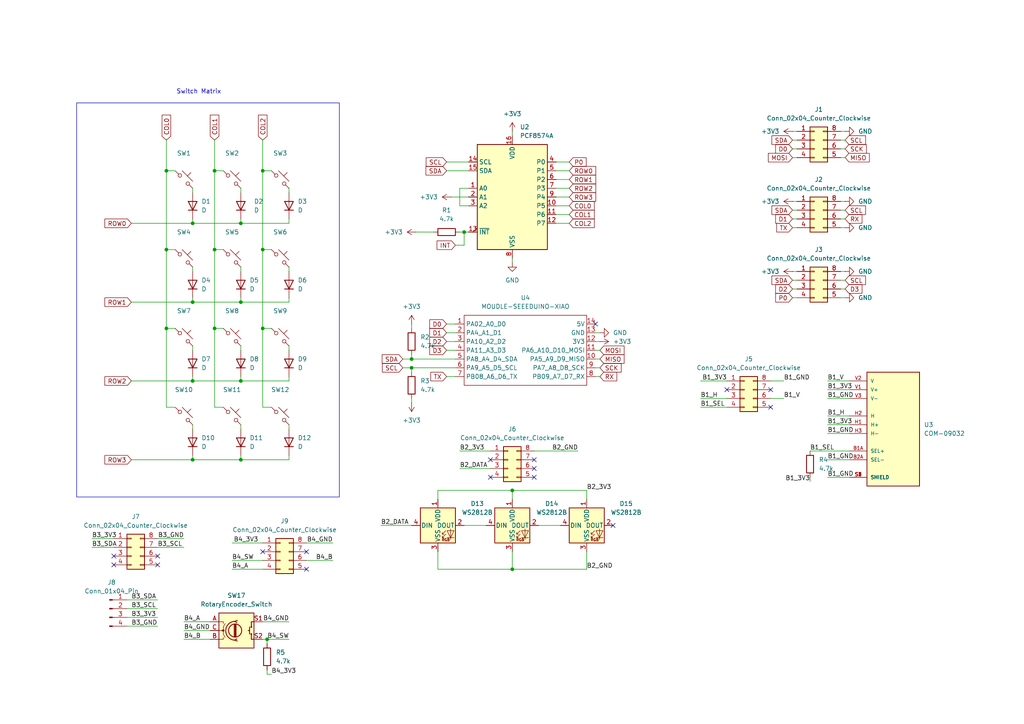
<source format=kicad_sch>
(kicad_sch (version 20231120) (generator "eeschema") (generator_version "8.0")
  (paper "A4")
  (lib_symbols
    (symbol "Connector:Conn_01x04_Pin" (pin_names (offset 1.016) hide)
      (property "Reference" "J" (at 0 5.08 0))
      (property "Value" "Conn_01x04_Pin" (at 0 -7.62 0))
      (symbol "Conn_01x04_Pin_1_1"
        (polyline (pts (xy 1.27 -5.08) (xy 0.8636 -5.08)) (stroke (width 0.1524)))
        (polyline (pts (xy 1.27 -2.54) (xy 0.8636 -2.54)) (stroke (width 0.1524)))
        (polyline (pts (xy 1.27 0) (xy 0.8636 0)) (stroke (width 0.1524)))
        (polyline (pts (xy 1.27 2.54) (xy 0.8636 2.54)) (stroke (width 0.1524)))
        (rectangle (start 0.8636 -4.953) (end 0 -5.207) (stroke (width 0.1524)) (fill (type outline)))
        (rectangle (start 0.8636 -2.413) (end 0 -2.667) (stroke (width 0.1524)) (fill (type outline)))
        (rectangle (start 0.8636 0.127) (end 0 -0.127) (stroke (width 0.1524)) (fill (type outline)))
        (rectangle (start 0.8636 2.667) (end 0 2.413) (stroke (width 0.1524)) (fill (type outline)))
        (pin passive line (at 5.08 2.54 180) (length 3.81) (name "Pin_1") (number "1"))
        (pin passive line (at 5.08 0 180) (length 3.81) (name "Pin_2") (number "2"))
        (pin passive line (at 5.08 -2.54 180) (length 3.81) (name "Pin_3") (number "3"))
        (pin passive line (at 5.08 -5.08 180) (length 3.81) (name "Pin_4") (number "4"))
      )
    )
    (symbol "Connector_Generic:Conn_02x04_Counter_Clockwise" (pin_names (offset 1.016) hide)
      (property "Reference" "J" (at 1.27 5.08 0))
      (property "Value" "Conn_02x04_Counter_Clockwise" (at 1.27 -7.62 0))
      (symbol "Conn_02x04_Counter_Clockwise_1_1"
        (rectangle (start -1.27 -4.953) (end 0 -5.207) (stroke (width 0.1524)))
        (rectangle (start -1.27 -2.413) (end 0 -2.667) (stroke (width 0.1524)))
        (rectangle (start -1.27 0.127) (end 0 -0.127) (stroke (width 0.1524)))
        (rectangle (start -1.27 2.667) (end 0 2.413) (stroke (width 0.1524)))
        (rectangle (start -1.27 3.81) (end 3.81 -6.35) (stroke (width 0.254)) (fill (type background)))
        (rectangle (start 3.81 -4.953) (end 2.54 -5.207) (stroke (width 0.1524)))
        (rectangle (start 3.81 -2.413) (end 2.54 -2.667) (stroke (width 0.1524)))
        (rectangle (start 3.81 0.127) (end 2.54 -0.127) (stroke (width 0.1524)))
        (rectangle (start 3.81 2.667) (end 2.54 2.413) (stroke (width 0.1524)))
        (pin passive line (at -5.08 2.54 0) (length 3.81) (name "Pin_1") (number "1"))
        (pin passive line (at -5.08 0 0) (length 3.81) (name "Pin_2") (number "2"))
        (pin passive line (at -5.08 -2.54 0) (length 3.81) (name "Pin_3") (number "3"))
        (pin passive line (at -5.08 -5.08 0) (length 3.81) (name "Pin_4") (number "4"))
        (pin passive line (at 7.62 -5.08 180) (length 3.81) (name "Pin_5") (number "5"))
        (pin passive line (at 7.62 -2.54 180) (length 3.81) (name "Pin_6") (number "6"))
        (pin passive line (at 7.62 0 180) (length 3.81) (name "Pin_7") (number "7"))
        (pin passive line (at 7.62 2.54 180) (length 3.81) (name "Pin_8") (number "8"))
      )
    )
    (symbol "Device:D" (pin_numbers hide) (pin_names (offset 1.016) hide)
      (property "Reference" "D" (at 0 2.54 0))
      (property "Value" "D" (at 0 -2.54 0))
      (symbol "D_0_1"
        (polyline (pts (xy -1.27 1.27) (xy -1.27 -1.27)) (stroke (width 0.254)))
        (polyline (pts (xy 1.27 0) (xy -1.27 0)))
        (polyline (pts (xy 1.27 1.27) (xy 1.27 -1.27) (xy -1.27 0) (xy 1.27 1.27)) (stroke (width 0.254)))
      )
      (symbol "D_1_1"
        (pin passive line (at -3.81 0 0) (length 2.54) (name "K") (number "1"))
        (pin passive line (at 3.81 0 180) (length 2.54) (name "A") (number "2"))
      )
    )
    (symbol "Device:R" (pin_numbers hide) (pin_names (offset 0))
      (property "Reference" "R" (at 2.032 0 90))
      (property "Value" "R" (at 0 0 90))
      (symbol "R_0_1"
        (rectangle (start -1.016 -2.54) (end 1.016 2.54) (stroke (width 0.254)))
      )
      (symbol "R_1_1"
        (pin passive line (at 0 3.81 270) (length 1.27) (name "~") (number "1"))
        (pin passive line (at 0 -3.81 90) (length 1.27) (name "~") (number "2"))
      )
    )
    (symbol "Device:RotaryEncoder_Switch" (pin_names (offset 0.254) hide)
      (property "Reference" "SW" (at 0 6.604 0))
      (property "Value" "RotaryEncoder_Switch" (at 0 -6.604 0))
      (symbol "RotaryEncoder_Switch_0_1"
        (rectangle (start -5.08 5.08) (end 5.08 -5.08) (stroke (width 0.254)) (fill (type background)))
        (circle (center -3.81 0) (radius 0.254) (fill (type outline)))
        (circle (center -0.381 0) (radius 1.905) (stroke (width 0.254)))
        (arc (start -0.381 2.667) (mid -3.0988 -0.0635) (end -0.381 -2.794) (stroke (width 0.254)))
        (polyline (pts (xy -0.635 -1.778) (xy -0.635 1.778)) (stroke (width 0.254)))
        (polyline (pts (xy -0.381 -1.778) (xy -0.381 1.778)) (stroke (width 0.254)))
        (polyline (pts (xy -0.127 1.778) (xy -0.127 -1.778)) (stroke (width 0.254)))
        (polyline (pts (xy 3.81 0) (xy 3.429 0)) (stroke (width 0.254)))
        (polyline (pts (xy 3.81 1.016) (xy 3.81 -1.016)) (stroke (width 0.254)))
        (polyline (pts (xy -5.08 -2.54) (xy -3.81 -2.54) (xy -3.81 -2.032)))
        (polyline (pts (xy -5.08 2.54) (xy -3.81 2.54) (xy -3.81 2.032)))
        (polyline (pts (xy 0.254 -3.048) (xy -0.508 -2.794) (xy 0.127 -2.413)) (stroke (width 0.254)))
        (polyline (pts (xy 0.254 2.921) (xy -0.508 2.667) (xy 0.127 2.286)) (stroke (width 0.254)))
        (polyline (pts (xy 5.08 -2.54) (xy 4.318 -2.54) (xy 4.318 -1.016)) (stroke (width 0.254)))
        (polyline (pts (xy 5.08 2.54) (xy 4.318 2.54) (xy 4.318 1.016)) (stroke (width 0.254)))
        (polyline (pts (xy -5.08 0) (xy -3.81 0) (xy -3.81 -1.016) (xy -3.302 -2.032)))
        (polyline (pts (xy -4.318 0) (xy -3.81 0) (xy -3.81 1.016) (xy -3.302 2.032)))
        (circle (center 4.318 -1.016) (radius 0.127) (stroke (width 0.254)))
        (circle (center 4.318 1.016) (radius 0.127) (stroke (width 0.254)))
      )
      (symbol "RotaryEncoder_Switch_1_1"
        (pin passive line (at -7.62 2.54 0) (length 2.54) (name "A") (number "A"))
        (pin passive line (at -7.62 -2.54 0) (length 2.54) (name "B") (number "B"))
        (pin passive line (at -7.62 0 0) (length 2.54) (name "C") (number "C"))
        (pin passive line (at 7.62 2.54 180) (length 2.54) (name "S1") (number "S1"))
        (pin passive line (at 7.62 -2.54 180) (length 2.54) (name "S2") (number "S2"))
      )
    )
    (symbol "Interface_Expansion:PCF8574A"
      (property "Reference" "U" (at -8.89 16.51 0))
      (property "Value" "PCF8574A" (at 2.54 16.51 0))
      (symbol "PCF8574A_0_1"
        (rectangle (start -10.16 15.24) (end 10.16 -15.24) (stroke (width 0.254)) (fill (type background)))
      )
      (symbol "PCF8574A_1_1"
        (pin input line (at -12.7 2.54 0) (length 2.54) (name "A0") (number "1"))
        (pin bidirectional line (at 12.7 -2.54 180) (length 2.54) (name "P5") (number "10"))
        (pin bidirectional line (at 12.7 -5.08 180) (length 2.54) (name "P6") (number "11"))
        (pin bidirectional line (at 12.7 -7.62 180) (length 2.54) (name "P7") (number "12"))
        (pin open_collector output_low (at -12.7 -10.16 0) (length 2.54) (name "~{INT}") (number "13"))
        (pin input line (at -12.7 10.16 0) (length 2.54) (name "SCL") (number "14"))
        (pin bidirectional line (at -12.7 7.62 0) (length 2.54) (name "SDA") (number "15"))
        (pin power_in line (at 0 17.78 270) (length 2.54) (name "VDD") (number "16"))
        (pin input line (at -12.7 0 0) (length 2.54) (name "A1") (number "2"))
        (pin input line (at -12.7 -2.54 0) (length 2.54) (name "A2") (number "3"))
        (pin bidirectional line (at 12.7 10.16 180) (length 2.54) (name "P0") (number "4"))
        (pin bidirectional line (at 12.7 7.62 180) (length 2.54) (name "P1") (number "5"))
        (pin bidirectional line (at 12.7 5.08 180) (length 2.54) (name "P2") (number "6"))
        (pin bidirectional line (at 12.7 2.54 180) (length 2.54) (name "P3") (number "7"))
        (pin power_in line (at 0 -17.78 90) (length 2.54) (name "VSS") (number "8"))
        (pin bidirectional line (at 12.7 0 180) (length 2.54) (name "P4") (number "9"))
      )
    )
    (symbol "Joystick:COM-09032" (pin_names (offset 1.016))
      (property "Reference" "U" (at -7.62 16.002 0))
      (property "Value" "COM-09032" (at -7.62 -20.32 0))
      (symbol "COM-09032_0_0"
        (rectangle (start -7.62 -17.78) (end 7.62 15.24) (stroke (width 0.254)) (fill (type background)))
        (pin passive line (at -12.7 -7.62 0) (length 5.08) (name "SEL+") (number "B1A"))
        (pin passive line (at -12.7 -10.16 0) (length 5.08) (name "SEL-") (number "B2A"))
        (pin passive line (at -12.7 0 0) (length 5.08) (name "H+") (number "H1"))
        (pin passive line (at -12.7 2.54 0) (length 5.08) (name "H") (number "H2"))
        (pin passive line (at -12.7 -2.54 0) (length 5.08) (name "H-") (number "H3"))
        (pin passive line (at -12.7 -15.24 0) (length 5.08) (name "SHIELD") (number "S1"))
        (pin passive line (at -12.7 -15.24 0) (length 5.08) (name "SHIELD") (number "S2"))
        (pin passive line (at -12.7 -15.24 0) (length 5.08) (name "SHIELD") (number "S3"))
        (pin passive line (at -12.7 -15.24 0) (length 5.08) (name "SHIELD") (number "S4"))
        (pin passive line (at -12.7 10.16 0) (length 5.08) (name "V+") (number "V1"))
        (pin passive line (at -12.7 12.7 0) (length 5.08) (name "V") (number "V2"))
        (pin passive line (at -12.7 7.62 0) (length 5.08) (name "V-") (number "V3"))
      )
    )
    (symbol "LED:WS2812B" (pin_names (offset 0.254))
      (property "Reference" "D" (at 5.08 5.715 0))
      (property "Value" "WS2812B" (at 1.27 -5.715 0))
      (symbol "WS2812B_0_0"
        (text "RGB" (at 2.286 -4.191 0) (effects (font (size 0.762 0.762))))
      )
      (symbol "WS2812B_0_1"
        (polyline (pts (xy 1.27 -3.556) (xy 1.778 -3.556)))
        (polyline (pts (xy 1.27 -2.54) (xy 1.778 -2.54)))
        (polyline (pts (xy 4.699 -3.556) (xy 2.667 -3.556)))
        (polyline (pts (xy 2.286 -2.54) (xy 1.27 -3.556) (xy 1.27 -3.048)))
        (polyline (pts (xy 2.286 -1.524) (xy 1.27 -2.54) (xy 1.27 -2.032)))
        (polyline (pts (xy 3.683 -1.016) (xy 3.683 -3.556) (xy 3.683 -4.064)))
        (polyline (pts (xy 4.699 -1.524) (xy 2.667 -1.524) (xy 3.683 -3.556) (xy 4.699 -1.524)))
        (rectangle (start 5.08 5.08) (end -5.08 -5.08) (stroke (width 0.254)) (fill (type background)))
      )
      (symbol "WS2812B_1_1"
        (pin power_in line (at 0 7.62 270) (length 2.54) (name "VDD") (number "1"))
        (pin output line (at 7.62 0 180) (length 2.54) (name "DOUT") (number "2"))
        (pin power_in line (at 0 -7.62 90) (length 2.54) (name "VSS") (number "3"))
        (pin input line (at -7.62 0 0) (length 2.54) (name "DIN") (number "4"))
      )
    )
    (symbol "SEED XIAO:MOUDLE-SEEEDUINO-XIAO"
      (property "Reference" "U" (at -16.51 11.43 0))
      (property "Value" "MOUDLE-SEEEDUINO-XIAO" (at -3.81 -11.43 0))
      (symbol "MOUDLE-SEEEDUINO-XIAO_0_1"
        (rectangle (start -16.51 10.16) (end 19.05 -10.16))
      )
      (symbol "MOUDLE-SEEEDUINO-XIAO_1_1"
        (pin passive line (at -19.05 7.62 0) (length 2.54) (name "PA02_A0_D0") (number "1"))
        (pin passive line (at 21.59 -2.54 180) (length 2.54) (name "PA5_A9_D9_MISO") (number "10"))
        (pin passive line (at 21.59 0 180) (length 2.54) (name "PA6_A10_D10_MOSI") (number "11"))
        (pin passive line (at 21.59 2.54 180) (length 2.54) (name "3V3") (number "12"))
        (pin passive line (at 21.59 5.08 180) (length 2.54) (name "GND") (number "13"))
        (pin passive line (at 21.59 7.62 180) (length 2.54) (name "5V") (number "14"))
        (pin passive line (at -19.05 5.08 0) (length 2.54) (name "PA4_A1_D1") (number "2"))
        (pin passive line (at -19.05 2.54 0) (length 2.54) (name "PA10_A2_D2") (number "3"))
        (pin passive line (at -19.05 0 0) (length 2.54) (name "PA11_A3_D3") (number "4"))
        (pin passive line (at -19.05 -2.54 0) (length 2.54) (name "PA8_A4_D4_SDA") (number "5"))
        (pin passive line (at -19.05 -5.08 0) (length 2.54) (name "PA9_A5_D5_SCL") (number "6"))
        (pin passive line (at -19.05 -7.62 0) (length 2.54) (name "PB08_A6_D6_TX") (number "7"))
        (pin passive line (at 21.59 -7.62 180) (length 2.54) (name "PB09_A7_D7_RX") (number "8"))
        (pin passive line (at 21.59 -5.08 180) (length 2.54) (name "PA7_A8_D8_SCK") (number "9"))
      )
    )
    (symbol "Switch:SW_Push_45deg" (pin_numbers hide) (pin_names (offset 1.016) hide)
      (property "Reference" "SW" (at 3.048 1.016 0))
      (property "Value" "SW_Push_45deg" (at 0 -3.81 0))
      (symbol "SW_Push_45deg_0_1"
        (circle (center -1.1684 1.1684) (radius 0.508))
        (polyline (pts (xy -0.508 2.54) (xy 2.54 -0.508)))
        (polyline (pts (xy 1.016 1.016) (xy 2.032 2.032)))
        (polyline (pts (xy -2.54 2.54) (xy -1.524 1.524) (xy -1.524 1.524)))
        (polyline (pts (xy 1.524 -1.524) (xy 2.54 -2.54) (xy 2.54 -2.54) (xy 2.54 -2.54)))
        (circle (center 1.143 -1.1938) (radius 0.508))
        (pin passive line (at -2.54 2.54 0) (length 0) (name "1") (number "1"))
        (pin passive line (at 2.54 -2.54 180) (length 0) (name "2") (number "2"))
      )
    )
    (symbol "power:+3V3" (power) (pin_numbers hide) (pin_names (offset 0) hide)
      (property "Value" "+3V3" (at 0 3.556 0))
      (symbol "+3V3_0_1"
        (polyline (pts (xy -0.762 1.27) (xy 0 2.54)))
        (polyline (pts (xy 0 0) (xy 0 2.54)))
        (polyline (pts (xy 0 2.54) (xy 0.762 1.27)))
      )
      (symbol "+3V3_1_1"
        (pin power_in line (at 0 0 90) (length 0) (name "~") (number "1"))
      )
    )
    (symbol "power:GND" (power) (pin_numbers hide) (pin_names (offset 0) hide)
      (property "Value" "GND" (at 0 -3.81 0))
      (symbol "GND_0_1"
        (polyline (pts (xy 0 0) (xy 0 -1.27) (xy 1.27 -1.27) (xy 0 -2.54) (xy -1.27 -1.27) (xy 0 -1.27)))
      )
      (symbol "GND_1_1"
        (pin power_in line (at 0 0 270) (length 0) (name "~") (number "1"))
      )
    )
  )
  (junction (at 76.2 72.39))
  (junction (at 62.23 49.53))
  (junction (at 69.85 110.49))
  (junction (at 55.88 64.77))
  (junction (at 134.62 67.31))
  (junction (at 69.85 64.77))
  (junction (at 48.26 72.39))
  (junction (at 55.88 87.63))
  (junction (at 77.47 185.42))
  (junction (at 119.38 106.68))
  (junction (at 119.38 104.14))
  (junction (at 62.23 95.25))
  (junction (at 55.88 133.35))
  (junction (at 48.26 95.25))
  (junction (at 62.23 72.39))
  (junction (at 76.2 49.53))
  (junction (at 55.88 110.49))
  (junction (at 76.2 95.25))
  (junction (at 48.26 49.53))
  (junction (at 148.59 142.24))
  (junction (at 69.85 133.35))
  (junction (at 69.85 87.63))
  (junction (at 148.59 165.1))
  (no_connect (at 45.72 161.29))
  (no_connect (at 45.72 163.83))
  (no_connect (at 223.52 113.03))
  (no_connect (at 177.8 152.4))
  (no_connect (at 142.24 138.43))
  (no_connect (at 154.94 133.35))
  (no_connect (at 154.94 138.43))
  (no_connect (at 223.52 118.11))
  (no_connect (at 154.94 135.89))
  (no_connect (at 210.82 113.03))
  (no_connect (at 76.2 160.02))
  (no_connect (at 88.9 160.02))
  (no_connect (at 33.02 161.29))
  (no_connect (at 172.72 93.98))
  (no_connect (at 142.24 133.35))
  (no_connect (at 33.02 163.83))
  (no_connect (at 88.9 165.1))
  (wire (pts (xy 148.59 38.1) (xy 148.59 39.37)))
  (wire (pts (xy 243.84 81.28) (xy 245.11 81.28)))
  (wire (pts (xy 67.31 157.48) (xy 76.2 157.48)))
  (wire (pts (xy 83.82 100.33) (xy 83.82 101.6)))
  (wire (pts (xy 240.03 138.43) (xy 246.38 138.43)))
  (wire (pts (xy 119.38 104.14) (xy 132.08 104.14)))
  (wire (pts (xy 133.35 54.61) (xy 135.89 54.61)))
  (wire (pts (xy 69.85 132.08) (xy 69.85 133.35)))
  (wire (pts (xy 88.9 157.48) (xy 96.52 157.48)))
  (wire (pts (xy 161.29 59.69) (xy 165.1 59.69)))
  (wire (pts (xy 229.87 38.1) (xy 231.14 38.1)))
  (wire (pts (xy 53.34 185.42) (xy 60.96 185.42)))
  (wire (pts (xy 69.85 110.49) (xy 55.88 110.49)))
  (wire (pts (xy 161.29 57.15) (xy 165.1 57.15)))
  (wire (pts (xy 148.59 142.24) (xy 170.18 142.24)))
  (wire (pts (xy 55.88 123.19) (xy 55.88 124.46)))
  (wire (pts (xy 53.34 182.88) (xy 60.96 182.88)))
  (wire (pts (xy 38.1 133.35) (xy 55.88 133.35)))
  (wire (pts (xy 55.88 54.61) (xy 55.88 55.88)))
  (wire (pts (xy 127 160.02) (xy 127 165.1)))
  (wire (pts (xy 116.84 104.14) (xy 119.38 104.14)))
  (wire (pts (xy 83.82 86.36) (xy 83.82 87.63)))
  (wire (pts (xy 62.23 118.11) (xy 64.77 118.11)))
  (wire (pts (xy 243.84 43.18) (xy 245.11 43.18)))
  (wire (pts (xy 243.84 40.64) (xy 245.11 40.64)))
  (wire (pts (xy 55.88 100.33) (xy 55.88 101.6)))
  (wire (pts (xy 129.54 93.98) (xy 132.08 93.98)))
  (wire (pts (xy 172.72 96.52) (xy 173.99 96.52)))
  (wire (pts (xy 133.35 59.69) (xy 135.89 59.69)))
  (wire (pts (xy 77.47 195.58) (xy 78.74 195.58)))
  (wire (pts (xy 67.31 165.1) (xy 76.2 165.1)))
  (wire (pts (xy 119.38 102.87) (xy 119.38 104.14)))
  (wire (pts (xy 129.54 46.99) (xy 135.89 46.99)))
  (wire (pts (xy 83.82 63.5) (xy 83.82 64.77)))
  (wire (pts (xy 45.72 158.75) (xy 53.34 158.75)))
  (wire (pts (xy 130.81 57.15) (xy 135.89 57.15)))
  (wire (pts (xy 240.03 123.19) (xy 246.38 123.19)))
  (wire (pts (xy 243.84 86.36) (xy 245.11 86.36)))
  (wire (pts (xy 129.54 109.22) (xy 132.08 109.22)))
  (wire (pts (xy 240.03 115.57) (xy 246.38 115.57)))
  (wire (pts (xy 48.26 95.25) (xy 50.8 95.25)))
  (wire (pts (xy 83.82 110.49) (xy 69.85 110.49)))
  (wire (pts (xy 64.77 49.53) (xy 62.23 49.53)))
  (wire (pts (xy 62.23 72.39) (xy 62.23 95.25)))
  (wire (pts (xy 69.85 54.61) (xy 69.85 55.88)))
  (wire (pts (xy 134.62 152.4) (xy 140.97 152.4)))
  (wire (pts (xy 240.03 120.65) (xy 246.38 120.65)))
  (wire (pts (xy 127 144.78) (xy 127 142.24)))
  (wire (pts (xy 77.47 185.42) (xy 77.47 186.69)))
  (wire (pts (xy 62.23 40.64) (xy 62.23 49.53)))
  (wire (pts (xy 243.84 66.04) (xy 245.11 66.04)))
  (wire (pts (xy 148.59 160.02) (xy 148.59 165.1)))
  (wire (pts (xy 48.26 95.25) (xy 48.26 118.11)))
  (wire (pts (xy 69.85 87.63) (xy 55.88 87.63)))
  (wire (pts (xy 55.88 86.36) (xy 55.88 87.63)))
  (wire (pts (xy 229.87 83.82) (xy 231.14 83.82)))
  (wire (pts (xy 38.1 87.63) (xy 55.88 87.63)))
  (wire (pts (xy 45.72 156.21) (xy 53.34 156.21)))
  (wire (pts (xy 69.85 123.19) (xy 69.85 124.46)))
  (wire (pts (xy 133.35 130.81) (xy 142.24 130.81)))
  (wire (pts (xy 172.72 106.68) (xy 173.99 106.68)))
  (wire (pts (xy 48.26 40.64) (xy 48.26 49.53)))
  (wire (pts (xy 78.74 72.39) (xy 76.2 72.39)))
  (wire (pts (xy 156.21 152.4) (xy 162.56 152.4)))
  (wire (pts (xy 69.85 77.47) (xy 69.85 78.74)))
  (wire (pts (xy 83.82 87.63) (xy 69.85 87.63)))
  (wire (pts (xy 64.77 95.25) (xy 62.23 95.25)))
  (wire (pts (xy 76.2 95.25) (xy 76.2 118.11)))
  (wire (pts (xy 76.2 49.53) (xy 78.74 49.53)))
  (wire (pts (xy 76.2 118.11) (xy 78.74 118.11)))
  (wire (pts (xy 55.88 63.5) (xy 55.88 64.77)))
  (wire (pts (xy 55.88 133.35) (xy 69.85 133.35)))
  (wire (pts (xy 76.2 180.34) (xy 83.82 180.34)))
  (wire (pts (xy 240.03 113.03) (xy 246.38 113.03)))
  (wire (pts (xy 243.84 83.82) (xy 245.11 83.82)))
  (wire (pts (xy 69.85 100.33) (xy 69.85 101.6)))
  (wire (pts (xy 76.2 40.64) (xy 76.2 49.53)))
  (wire (pts (xy 77.47 185.42) (xy 83.82 185.42)))
  (wire (pts (xy 83.82 54.61) (xy 83.82 55.88)))
  (wire (pts (xy 83.82 77.47) (xy 83.82 78.74)))
  (wire (pts (xy 229.87 58.42) (xy 231.14 58.42)))
  (wire (pts (xy 119.38 106.68) (xy 119.38 107.95)))
  (wire (pts (xy 170.18 142.24) (xy 170.18 144.78)))
  (wire (pts (xy 148.59 165.1) (xy 170.18 165.1)))
  (wire (pts (xy 88.9 162.56) (xy 96.52 162.56)))
  (wire (pts (xy 36.83 173.99) (xy 45.72 173.99)))
  (wire (pts (xy 240.03 125.73) (xy 246.38 125.73)))
  (wire (pts (xy 223.52 110.49) (xy 227.33 110.49)))
  (wire (pts (xy 154.94 130.81) (xy 167.64 130.81)))
  (wire (pts (xy 133.35 54.61) (xy 133.35 59.69)))
  (wire (pts (xy 127 165.1) (xy 148.59 165.1)))
  (wire (pts (xy 161.29 52.07) (xy 165.1 52.07)))
  (wire (pts (xy 119.38 106.68) (xy 132.08 106.68)))
  (wire (pts (xy 69.85 63.5) (xy 69.85 64.77)))
  (wire (pts (xy 77.47 194.31) (xy 77.47 195.58)))
  (wire (pts (xy 161.29 54.61) (xy 165.1 54.61)))
  (wire (pts (xy 83.82 109.22) (xy 83.82 110.49)))
  (wire (pts (xy 229.87 40.64) (xy 231.14 40.64)))
  (wire (pts (xy 120.65 67.31) (xy 125.73 67.31)))
  (wire (pts (xy 38.1 110.49) (xy 55.88 110.49)))
  (wire (pts (xy 38.1 64.77) (xy 55.88 64.77)))
  (wire (pts (xy 62.23 95.25) (xy 62.23 118.11)))
  (wire (pts (xy 243.84 78.74) (xy 245.11 78.74)))
  (wire (pts (xy 62.23 49.53) (xy 62.23 72.39)))
  (wire (pts (xy 134.62 67.31) (xy 135.89 67.31)))
  (wire (pts (xy 119.38 116.84) (xy 119.38 115.57)))
  (wire (pts (xy 243.84 63.5) (xy 245.11 63.5)))
  (wire (pts (xy 229.87 45.72) (xy 231.14 45.72)))
  (wire (pts (xy 172.72 104.14) (xy 173.99 104.14)))
  (wire (pts (xy 229.87 78.74) (xy 231.14 78.74)))
  (wire (pts (xy 55.88 77.47) (xy 55.88 78.74)))
  (wire (pts (xy 172.72 109.22) (xy 173.99 109.22)))
  (wire (pts (xy 229.87 60.96) (xy 231.14 60.96)))
  (wire (pts (xy 48.26 72.39) (xy 50.8 72.39)))
  (wire (pts (xy 234.95 130.81) (xy 246.38 130.81)))
  (wire (pts (xy 170.18 160.02) (xy 170.18 165.1)))
  (wire (pts (xy 116.84 106.68) (xy 119.38 106.68)))
  (wire (pts (xy 229.87 63.5) (xy 231.14 63.5)))
  (wire (pts (xy 76.2 185.42) (xy 77.47 185.42)))
  (wire (pts (xy 76.2 95.25) (xy 78.74 95.25)))
  (wire (pts (xy 127 142.24) (xy 148.59 142.24)))
  (wire (pts (xy 36.83 176.53) (xy 45.72 176.53)))
  (wire (pts (xy 132.08 71.12) (xy 134.62 71.12)))
  (wire (pts (xy 55.88 110.49) (xy 55.88 109.22)))
  (wire (pts (xy 129.54 49.53) (xy 135.89 49.53)))
  (wire (pts (xy 161.29 46.99) (xy 165.1 46.99)))
  (wire (pts (xy 83.82 123.19) (xy 83.82 124.46)))
  (wire (pts (xy 69.85 110.49) (xy 69.85 109.22)))
  (wire (pts (xy 243.84 58.42) (xy 245.11 58.42)))
  (wire (pts (xy 148.59 142.24) (xy 148.59 144.78)))
  (wire (pts (xy 26.67 158.75) (xy 33.02 158.75)))
  (wire (pts (xy 203.2 110.49) (xy 210.82 110.49)))
  (wire (pts (xy 67.31 162.56) (xy 76.2 162.56)))
  (wire (pts (xy 50.8 49.53) (xy 48.26 49.53)))
  (wire (pts (xy 243.84 60.96) (xy 245.11 60.96)))
  (wire (pts (xy 83.82 133.35) (xy 83.82 132.08)))
  (wire (pts (xy 229.87 66.04) (xy 231.14 66.04)))
  (wire (pts (xy 161.29 62.23) (xy 165.1 62.23)))
  (wire (pts (xy 203.2 118.11) (xy 210.82 118.11)))
  (wire (pts (xy 243.84 45.72) (xy 245.11 45.72)))
  (wire (pts (xy 134.62 67.31) (xy 134.62 71.12)))
  (wire (pts (xy 48.26 49.53) (xy 48.26 72.39)))
  (wire (pts (xy 36.83 181.61) (xy 45.72 181.61)))
  (wire (pts (xy 234.95 138.43) (xy 234.95 139.7)))
  (wire (pts (xy 240.03 133.35) (xy 246.38 133.35)))
  (wire (pts (xy 133.35 135.89) (xy 142.24 135.89)))
  (wire (pts (xy 110.49 152.4) (xy 119.38 152.4)))
  (wire (pts (xy 76.2 72.39) (xy 76.2 49.53)))
  (wire (pts (xy 223.52 115.57) (xy 227.33 115.57)))
  (wire (pts (xy 172.72 101.6) (xy 173.99 101.6)))
  (wire (pts (xy 229.87 43.18) (xy 231.14 43.18)))
  (wire (pts (xy 229.87 81.28) (xy 231.14 81.28)))
  (wire (pts (xy 83.82 64.77) (xy 69.85 64.77)))
  (wire (pts (xy 76.2 72.39) (xy 76.2 95.25)))
  (wire (pts (xy 129.54 99.06) (xy 132.08 99.06)))
  (wire (pts (xy 69.85 133.35) (xy 83.82 133.35)))
  (wire (pts (xy 161.29 49.53) (xy 165.1 49.53)))
  (wire (pts (xy 55.88 132.08) (xy 55.88 133.35)))
  (wire (pts (xy 148.59 74.93) (xy 148.59 76.2)))
  (wire (pts (xy 172.72 99.06) (xy 173.99 99.06)))
  (wire (pts (xy 53.34 180.34) (xy 60.96 180.34)))
  (wire (pts (xy 229.87 86.36) (xy 231.14 86.36)))
  (wire (pts (xy 36.83 179.07) (xy 45.72 179.07)))
  (wire (pts (xy 161.29 64.77) (xy 165.1 64.77)))
  (wire (pts (xy 26.67 156.21) (xy 33.02 156.21)))
  (wire (pts (xy 50.8 118.11) (xy 48.26 118.11)))
  (wire (pts (xy 48.26 72.39) (xy 48.26 95.25)))
  (wire (pts (xy 203.2 115.57) (xy 210.82 115.57)))
  (wire (pts (xy 129.54 101.6) (xy 132.08 101.6)))
  (wire (pts (xy 69.85 87.63) (xy 69.85 86.36)))
  (wire (pts (xy 243.84 38.1) (xy 245.11 38.1)))
  (wire (pts (xy 62.23 72.39) (xy 64.77 72.39)))
  (wire (pts (xy 129.54 96.52) (xy 132.08 96.52)))
  (wire (pts (xy 69.85 64.77) (xy 55.88 64.77)))
  (wire (pts (xy 119.38 93.98) (xy 119.38 95.25)))
  (wire (pts (xy 133.35 67.31) (xy 134.62 67.31)))
  (wire (pts (xy 240.03 110.49) (xy 246.38 110.49)))
  (rectangle (start 22.225 29.845) (end 98.425 144.145))
  (text "Switch Matrix" (at 57.658 26.67 0) (effects (font (size 1.27 1.27))))
  (label "B3_GND" (at 53.34 156.21 180))
  (label "B4_GND" (at 53.34 182.88 0))
  (label "B4_3V3" (at 78.74 195.58 0))
  (label "B2_3V3" (at 133.35 130.81 0))
  (label "B1_V" (at 240.03 110.49 0))
  (label "B1_3V3" (at 240.03 113.03 0))
  (label "B4_3V3" (at 74.93 157.48 180))
  (label "B2_3V3" (at 170.18 142.24 0))
  (label "B4_GND" (at 83.82 180.34 180))
  (label "B2_DATA" (at 110.49 152.4 0))
  (label "B1_3V3" (at 234.95 139.7 180))
  (label "B1_GND" (at 240.03 125.73 0))
  (label "B1_H" (at 203.2 115.57 0))
  (label "B1_H" (at 240.03 120.65 0))
  (label "B3_3V3" (at 26.67 156.21 0))
  (label "B1_V" (at 227.33 115.57 0))
  (label "B2_GND" (at 170.18 165.1 0))
  (label "B4_GND" (at 96.52 157.48 180))
  (label "B1_SEL" (at 234.95 130.81 0))
  (label "B3_GND" (at 38.1 181.61 0))
  (label "B2_DATA" (at 133.35 135.89 0))
  (label "B4_SW" (at 67.31 162.56 0))
  (label "B4_SW" (at 83.82 185.42 180))
  (label "B2_GND" (at 167.64 130.81 180))
  (label "B1_3V3" (at 210.82 110.49 180))
  (label "B1_GND" (at 240.03 138.43 0))
  (label "B1_GND" (at 240.03 133.35 0))
  (label "B3_SDA" (at 38.1 173.99 0))
  (label "B4_B" (at 96.52 162.56 180))
  (label "B1_GND" (at 240.03 115.57 0))
  (label "B3_SCL" (at 38.1 176.53 0))
  (label "B1_GND" (at 227.33 110.49 0))
  (label "B3_SCL" (at 45.72 158.75 0))
  (label "B1_3V3" (at 240.03 123.19 0))
  (label "B4_B" (at 53.34 185.42 0))
  (label "B4_A" (at 67.31 165.1 0))
  (label "B3_SDA" (at 26.67 158.75 0))
  (label "B1_SEL" (at 203.2 118.11 0))
  (label "B3_3V3" (at 38.1 179.07 0))
  (label "B4_A" (at 53.34 180.34 0))
  (global_label "SCL" (shape input) (at 245.11 81.28 0) (property "Intersheetrefs" "${INTERSHEET_REFS}" (effects (hide yes))))
  (global_label "ROW2" (shape input) (at 38.1 110.49 180) (property "Intersheetrefs" "${INTERSHEET_REFS}" (effects (hide yes))))
  (global_label "ROW1" (shape input) (at 38.1 87.63 180) (property "Intersheetrefs" "${INTERSHEET_REFS}" (effects (hide yes))))
  (global_label "COL2" (shape input) (at 76.2 40.64 90) (property "Intersheetrefs" "${INTERSHEET_REFS}" (effects (hide yes))))
  (global_label "ROW0" (shape input) (at 38.1 64.77 180) (property "Intersheetrefs" "${INTERSHEET_REFS}" (effects (hide yes))))
  (global_label "MISO" (shape input) (at 245.11 45.72 0) (property "Intersheetrefs" "${INTERSHEET_REFS}" (effects (hide yes))))
  (global_label "D0" (shape input) (at 229.87 43.18 180) (property "Intersheetrefs" "${INTERSHEET_REFS}" (effects (hide yes))))
  (global_label "ROW1" (shape input) (at 165.1 52.07 0) (property "Intersheetrefs" "${INTERSHEET_REFS}" (effects (hide yes))))
  (global_label "SDA" (shape input) (at 116.84 104.14 180) (property "Intersheetrefs" "${INTERSHEET_REFS}" (effects (hide yes))))
  (global_label "TX" (shape input) (at 129.54 109.22 180) (property "Intersheetrefs" "${INTERSHEET_REFS}" (effects (hide yes))))
  (global_label "SCK" (shape input) (at 245.11 43.18 0) (property "Intersheetrefs" "${INTERSHEET_REFS}" (effects (hide yes))))
  (global_label "D3" (shape input) (at 245.11 83.82 0) (property "Intersheetrefs" "${INTERSHEET_REFS}" (effects (hide yes))))
  (global_label "SCK" (shape input) (at 173.99 106.68 0) (property "Intersheetrefs" "${INTERSHEET_REFS}" (effects (hide yes))))
  (global_label "SDA" (shape input) (at 229.87 40.64 180) (property "Intersheetrefs" "${INTERSHEET_REFS}" (effects (hide yes))))
  (global_label "D3" (shape input) (at 129.54 101.6 180) (property "Intersheetrefs" "${INTERSHEET_REFS}" (effects (hide yes))))
  (global_label "COL0" (shape input) (at 48.26 40.64 90) (property "Intersheetrefs" "${INTERSHEET_REFS}" (effects (hide yes))))
  (global_label "ROW2" (shape input) (at 165.1 54.61 0) (property "Intersheetrefs" "${INTERSHEET_REFS}" (effects (hide yes))))
  (global_label "D1" (shape input) (at 129.54 96.52 180) (property "Intersheetrefs" "${INTERSHEET_REFS}" (effects (hide yes))))
  (global_label "SCL" (shape input) (at 116.84 106.68 180) (property "Intersheetrefs" "${INTERSHEET_REFS}" (effects (hide yes))))
  (global_label "COL1" (shape input) (at 62.23 40.64 90) (property "Intersheetrefs" "${INTERSHEET_REFS}" (effects (hide yes))))
  (global_label "INT" (shape input) (at 132.08 71.12 180) (property "Intersheetrefs" "${INTERSHEET_REFS}" (effects (hide yes))))
  (global_label "TX" (shape input) (at 229.87 66.04 180) (property "Intersheetrefs" "${INTERSHEET_REFS}" (effects (hide yes))))
  (global_label "SCL" (shape input) (at 245.11 60.96 0) (property "Intersheetrefs" "${INTERSHEET_REFS}" (effects (hide yes))))
  (global_label "MOSI" (shape input) (at 173.99 101.6 0) (property "Intersheetrefs" "${INTERSHEET_REFS}" (effects (hide yes))))
  (global_label "D1" (shape input) (at 229.87 63.5 180) (property "Intersheetrefs" "${INTERSHEET_REFS}" (effects (hide yes))))
  (global_label "SDA" (shape input) (at 129.54 49.53 180) (property "Intersheetrefs" "${INTERSHEET_REFS}" (effects (hide yes))))
  (global_label "D2" (shape input) (at 129.54 99.06 180) (property "Intersheetrefs" "${INTERSHEET_REFS}" (effects (hide yes))))
  (global_label "RX" (shape input) (at 245.11 63.5 0) (property "Intersheetrefs" "${INTERSHEET_REFS}" (effects (hide yes))))
  (global_label "ROW3" (shape input) (at 38.1 133.35 180) (property "Intersheetrefs" "${INTERSHEET_REFS}" (effects (hide yes))))
  (global_label "ROW0" (shape input) (at 165.1 49.53 0) (property "Intersheetrefs" "${INTERSHEET_REFS}" (effects (hide yes))))
  (global_label "SDA" (shape input) (at 229.87 81.28 180) (property "Intersheetrefs" "${INTERSHEET_REFS}" (effects (hide yes))))
  (global_label "P0" (shape input) (at 165.1 46.99 0) (property "Intersheetrefs" "${INTERSHEET_REFS}" (effects (hide yes))))
  (global_label "MOSI" (shape input) (at 229.87 45.72 180) (property "Intersheetrefs" "${INTERSHEET_REFS}" (effects (hide yes))))
  (global_label "COL0" (shape input) (at 165.1 59.69 0) (property "Intersheetrefs" "${INTERSHEET_REFS}" (effects (hide yes))))
  (global_label "SCL" (shape input) (at 129.54 46.99 180) (property "Intersheetrefs" "${INTERSHEET_REFS}" (effects (hide yes))))
  (global_label "MISO" (shape input) (at 173.99 104.14 0) (property "Intersheetrefs" "${INTERSHEET_REFS}" (effects (hide yes))))
  (global_label "RX" (shape input) (at 173.99 109.22 0) (property "Intersheetrefs" "${INTERSHEET_REFS}" (effects (hide yes))))
  (global_label "SDA" (shape input) (at 229.87 60.96 180) (property "Intersheetrefs" "${INTERSHEET_REFS}" (effects (hide yes))))
  (global_label "D2" (shape input) (at 229.87 83.82 180) (property "Intersheetrefs" "${INTERSHEET_REFS}" (effects (hide yes))))
  (global_label "COL1" (shape input) (at 165.1 62.23 0) (property "Intersheetrefs" "${INTERSHEET_REFS}" (effects (hide yes))))
  (global_label "D0" (shape input) (at 129.54 93.98 180) (property "Intersheetrefs" "${INTERSHEET_REFS}" (effects (hide yes))))
  (global_label "COL2" (shape input) (at 165.1 64.77 0) (property "Intersheetrefs" "${INTERSHEET_REFS}" (effects (hide yes))))
  (global_label "SCL" (shape input) (at 245.11 40.64 0) (property "Intersheetrefs" "${INTERSHEET_REFS}" (effects (hide yes))))
  (global_label "ROW3" (shape input) (at 165.1 57.15 0) (property "Intersheetrefs" "${INTERSHEET_REFS}" (effects (hide yes))))
  (global_label "P0" (shape input) (at 229.87 86.36 180) (property "Intersheetrefs" "${INTERSHEET_REFS}" (effects (hide yes))))
  (symbol (lib_id "power:+3V3") (at 119.38 93.98 0) (unit 1)
    (property "Reference" "#PWR08" (effects (hide yes)))
    (property "Value" "+3V3" (at 119.38 88.9 0))
    (property "Description" "Power symbol creates a global label with name \"+3V3\"" (effects (hide yes)))
  )
  (symbol (lib_id "LED:WS2812B") (at 127 152.4 0) (unit 1)
    (property "Reference" "D13" (at 138.43 146.0814 0))
    (property "Value" "WS2812B" (at 138.43 148.6214 0))
    (property "Footprint" "LED_SMD:LED_WS2812B_PLCC4_5.0x5.0mm_P3.2mm" (effects (hide yes)))
    (property "Datasheet" "https://cdn-shop.adafruit.com/datasheets/WS2812B.pdf" (effects (hide yes)))
    (property "Description" "RGB LED with integrated controller" (effects (hide yes)))
  )
  (symbol (lib_id "Device:D") (at 69.85 128.27 90) (unit 1)
    (property "Reference" "D11" (at 72.39 126.9999 90) (effects (justify right)))
    (property "Value" "D" (at 72.39 129.5399 90) (effects (justify right)))
    (property "Footprint" "Diode_THT:D_DO-35_SOD27_P7.62mm_Horizontal" (effects (hide yes)))
    (property "Description" "Diode" (effects (hide yes)))
    (property "Sim.Device" "D" (effects (hide yes)))
    (property "Sim.Pins" "1=K 2=A" (effects (hide yes)))
  )
  (symbol (lib_id "power:+3V3") (at 173.99 99.06 270) (unit 1)
    (property "Reference" "#PWR02" (effects (hide yes)))
    (property "Value" "+3V3" (at 177.8 99.0599 90) (effects (justify left)))
    (property "Description" "Power symbol creates a global label with name \"+3V3\"" (effects (hide yes)))
  )
  (symbol (lib_id "power:GND") (at 245.11 78.74 90) (unit 1)
    (property "Reference" "#PWR012" (effects (hide yes)))
    (property "Value" "GND" (at 248.92 78.7399 90) (effects (justify right)))
    (property "Description" "Power symbol creates a global label with name \"GND\" , ground" (effects (hide yes)))
  )
  (symbol (lib_id "power:+3V3") (at 130.81 57.15 90) (unit 1)
    (property "Reference" "#PWR013" (effects (hide yes)))
    (property "Value" "+3V3" (at 127 57.1499 90) (effects (justify left)))
    (property "Description" "Power symbol creates a global label with name \"+3V3\"" (effects (hide yes)))
  )
  (symbol (lib_id "power:GND") (at 245.11 38.1 90) (unit 1)
    (property "Reference" "#PWR04" (effects (hide yes)))
    (property "Value" "GND" (at 248.92 38.0999 90) (effects (justify right)))
    (property "Description" "Power symbol creates a global label with name \"GND\" , ground" (effects (hide yes)))
  )
  (symbol (lib_id "Connector_Generic:Conn_02x04_Counter_Clockwise") (at 236.22 60.96 0) (unit 1)
    (property "Reference" "J2" (at 237.49 52.07 0))
    (property "Value" "Conn_02x04_Counter_Clockwise" (at 237.49 54.61 0))
    (property "Footprint" "Connector_PinHeader_2.54mm:PinHeader_2x04_P2.54mm_Horizontal" (effects (hide yes)))
    (property "Description" "Generic connector, double row, 02x04, counter clockwise pin numbering scheme (similar to DIP package numbering), script generated (kicad-library-utils/schlib/autogen/connector/)" (effects (hide yes)))
  )
  (symbol (lib_id "Switch:SW_Push_45deg") (at 53.34 74.93 0) (unit 1)
    (property "Reference" "SW4" (at 53.34 67.31 0))
    (property "Value" "SW_Push_45deg" (effects (hide yes)))
    (property "Footprint" "Button_Switch_Keyboard:SW_Cherry_MX_1.00u_PCB" (effects (hide yes)))
    (property "Description" "Push button switch, normally open, two pins, 45° tilted" (effects (hide yes)))
  )
  (symbol (lib_id "Device:D") (at 55.88 82.55 90) (unit 1)
    (property "Reference" "D4" (at 58.42 81.2799 90) (effects (justify right)))
    (property "Value" "D" (at 58.42 83.8199 90) (effects (justify right)))
    (property "Footprint" "Diode_THT:D_DO-35_SOD27_P7.62mm_Horizontal" (effects (hide yes)))
    (property "Description" "Diode" (effects (hide yes)))
    (property "Sim.Device" "D" (effects (hide yes)))
    (property "Sim.Pins" "1=K 2=A" (effects (hide yes)))
  )
  (symbol (lib_id "Device:D") (at 69.85 82.55 90) (unit 1)
    (property "Reference" "D5" (at 72.39 81.2799 90) (effects (justify right)))
    (property "Value" "D" (at 72.39 83.8199 90) (effects (justify right)))
    (property "Footprint" "Diode_THT:D_DO-35_SOD27_P7.62mm_Horizontal" (effects (hide yes)))
    (property "Description" "Diode" (effects (hide yes)))
    (property "Sim.Device" "D" (effects (hide yes)))
    (property "Sim.Pins" "1=K 2=A" (effects (hide yes)))
  )
  (symbol (lib_id "power:GND") (at 148.59 76.2 0) (unit 1)
    (property "Reference" "#PWR05" (effects (hide yes)))
    (property "Value" "GND" (at 148.59 81.28 0))
    (property "Description" "Power symbol creates a global label with name \"GND\" , ground" (effects (hide yes)))
  )
  (symbol (lib_id "Device:D") (at 83.82 82.55 90) (unit 1)
    (property "Reference" "D6" (at 86.36 81.2799 90) (effects (justify right)))
    (property "Value" "D" (at 86.36 83.8199 90) (effects (justify right)))
    (property "Footprint" "Diode_THT:D_DO-35_SOD27_P7.62mm_Horizontal" (effects (hide yes)))
    (property "Description" "Diode" (effects (hide yes)))
    (property "Sim.Device" "D" (effects (hide yes)))
    (property "Sim.Pins" "1=K 2=A" (effects (hide yes)))
  )
  (symbol (lib_id "power:GND") (at 173.99 96.52 90) (unit 1)
    (property "Reference" "#PWR01" (effects (hide yes)))
    (property "Value" "GND" (at 177.8 96.5199 90) (effects (justify right)))
    (property "Description" "Power symbol creates a global label with name \"GND\" , ground" (effects (hide yes)))
  )
  (symbol (lib_id "Device:D") (at 55.88 59.69 90) (unit 1)
    (property "Reference" "D1" (at 58.42 58.4199 90) (effects (justify right)))
    (property "Value" "D" (at 58.42 60.9599 90) (effects (justify right)))
    (property "Footprint" "Diode_THT:D_DO-35_SOD27_P7.62mm_Horizontal" (effects (hide yes)))
    (property "Description" "Diode" (effects (hide yes)))
    (property "Sim.Device" "D" (effects (hide yes)))
    (property "Sim.Pins" "1=K 2=A" (effects (hide yes)))
  )
  (symbol (lib_id "Device:R") (at 234.95 134.62 0) (unit 1)
    (property "Reference" "R4" (at 237.49 133.3499 0) (effects (justify left)))
    (property "Value" "4.7k" (at 237.49 135.8899 0) (effects (justify left)))
    (property "Footprint" "Resistor_THT:R_Axial_DIN0207_L6.3mm_D2.5mm_P10.16mm_Horizontal" (effects (hide yes)))
    (property "Description" "Resistor" (effects (hide yes)))
  )
  (symbol (lib_id "SEED XIAO:MOUDLE-SEEEDUINO-XIAO") (at 151.13 101.6 0) (unit 1)
    (property "Reference" "U4" (at 152.4 86.36 0))
    (property "Value" "MOUDLE-SEEEDUINO-XIAO" (at 152.4 88.9 0))
    (property "Footprint" "SEED XIAO:XIAO-Generic-Hybrid-14P-2.54-21X17.8MM" (effects (hide yes)))
  )
  (symbol (lib_id "power:GND") (at 245.11 86.36 90) (unit 1)
    (property "Reference" "#PWR016" (effects (hide yes)))
    (property "Value" "GND" (at 248.92 86.3599 90) (effects (justify right)))
    (property "Description" "Power symbol creates a global label with name \"GND\" , ground" (effects (hide yes)))
  )
  (symbol (lib_id "power:+3V3") (at 229.87 58.42 90) (unit 1)
    (property "Reference" "#PWR09" (effects (hide yes)))
    (property "Value" "+3V3" (at 226.06 58.4199 90) (effects (justify left)))
    (property "Description" "Power symbol creates a global label with name \"+3V3\"" (effects (hide yes)))
  )
  (symbol (lib_id "Device:D") (at 83.82 105.41 90) (unit 1)
    (property "Reference" "D9" (at 86.36 104.1399 90) (effects (justify right)))
    (property "Value" "D" (at 86.36 106.6799 90) (effects (justify right)))
    (property "Footprint" "Diode_THT:D_DO-35_SOD27_P7.62mm_Horizontal" (effects (hide yes)))
    (property "Description" "Diode" (effects (hide yes)))
    (property "Sim.Device" "D" (effects (hide yes)))
    (property "Sim.Pins" "1=K 2=A" (effects (hide yes)))
  )
  (symbol (lib_id "LED:WS2812B") (at 148.59 152.4 0) (unit 1)
    (property "Reference" "D14" (at 160.02 146.0814 0))
    (property "Value" "WS2812B" (at 160.02 148.6214 0))
    (property "Footprint" "LED_SMD:LED_WS2812B_PLCC4_5.0x5.0mm_P3.2mm" (effects (hide yes)))
    (property "Datasheet" "https://cdn-shop.adafruit.com/datasheets/WS2812B.pdf" (effects (hide yes)))
    (property "Description" "RGB LED with integrated controller" (effects (hide yes)))
  )
  (symbol (lib_id "power:GND") (at 245.11 66.04 90) (unit 1)
    (property "Reference" "#PWR015" (effects (hide yes)))
    (property "Value" "GND" (at 248.92 66.0399 90) (effects (justify right)))
    (property "Description" "Power symbol creates a global label with name \"GND\" , ground" (effects (hide yes)))
  )
  (symbol (lib_id "Switch:SW_Push_45deg") (at 81.28 97.79 0) (unit 1)
    (property "Reference" "SW9" (at 81.28 90.17 0))
    (property "Value" "SW_Push_45deg" (effects (hide yes)))
    (property "Footprint" "Button_Switch_Keyboard:SW_Cherry_MX_1.00u_PCB" (effects (hide yes)))
    (property "Description" "Push button switch, normally open, two pins, 45° tilted" (effects (hide yes)))
  )
  (symbol (lib_id "Switch:SW_Push_45deg") (at 81.28 74.93 0) (unit 1)
    (property "Reference" "SW6" (at 81.28 67.31 0))
    (property "Value" "SW_Push_45deg" (effects (hide yes)))
    (property "Footprint" "Button_Switch_Keyboard:SW_Cherry_MX_1.00u_PCB" (effects (hide yes)))
    (property "Description" "Push button switch, normally open, two pins, 45° tilted" (effects (hide yes)))
  )
  (symbol (lib_id "Device:D") (at 69.85 105.41 90) (unit 1)
    (property "Reference" "D8" (at 72.39 104.1399 90) (effects (justify right)))
    (property "Value" "D" (at 72.39 106.6799 90) (effects (justify right)))
    (property "Footprint" "Diode_THT:D_DO-35_SOD27_P7.62mm_Horizontal" (effects (hide yes)))
    (property "Description" "Diode" (effects (hide yes)))
    (property "Sim.Device" "D" (effects (hide yes)))
    (property "Sim.Pins" "1=K 2=A" (effects (hide yes)))
  )
  (symbol (lib_id "Device:RotaryEncoder_Switch") (at 68.58 182.88 0) (unit 1)
    (property "Reference" "SW17" (at 68.58 172.72 0))
    (property "Value" "RotaryEncoder_Switch" (at 68.58 175.26 0))
    (property "Footprint" "Rotary Encoder:RotaryEncoder_Alps_EC11E-Switch_Vertical_H20mm" (effects (hide yes)))
    (property "Description" "Rotary encoder, dual channel, incremental quadrate outputs, with switch" (effects (hide yes)))
  )
  (symbol (lib_id "Device:D") (at 55.88 128.27 90) (unit 1)
    (property "Reference" "D10" (at 58.42 126.9999 90) (effects (justify right)))
    (property "Value" "D" (at 58.42 129.5399 90) (effects (justify right)))
    (property "Footprint" "Diode_THT:D_DO-35_SOD27_P7.62mm_Horizontal" (effects (hide yes)))
    (property "Description" "Diode" (effects (hide yes)))
    (property "Sim.Device" "D" (effects (hide yes)))
    (property "Sim.Pins" "1=K 2=A" (effects (hide yes)))
  )
  (symbol (lib_id "power:+3V3") (at 229.87 38.1 90) (unit 1)
    (property "Reference" "#PWR03" (effects (hide yes)))
    (property "Value" "+3V3" (at 226.06 38.0999 90) (effects (justify left)))
    (property "Description" "Power symbol creates a global label with name \"+3V3\"" (effects (hide yes)))
  )
  (symbol (lib_id "power:+3V3") (at 229.87 78.74 90) (unit 1)
    (property "Reference" "#PWR011" (effects (hide yes)))
    (property "Value" "+3V3" (at 226.06 78.7399 90) (effects (justify left)))
    (property "Description" "Power symbol creates a global label with name \"+3V3\"" (effects (hide yes)))
  )
  (symbol (lib_id "Connector_Generic:Conn_02x04_Counter_Clockwise") (at 147.32 133.35 0) (unit 1)
    (property "Reference" "J6" (at 148.59 124.46 0))
    (property "Value" "Conn_02x04_Counter_Clockwise" (at 148.59 127 0))
    (property "Footprint" "Connector_PinSocket_2.54mm:PinSocket_2x04_P2.54mm_Horizontal" (effects (hide yes)))
    (property "Description" "Generic connector, double row, 02x04, counter clockwise pin numbering scheme (similar to DIP package numbering), script generated (kicad-library-utils/schlib/autogen/connector/)" (effects (hide yes)))
  )
  (symbol (lib_id "Device:D") (at 83.82 128.27 90) (unit 1)
    (property "Reference" "D12" (at 86.36 126.9999 90) (effects (justify right)))
    (property "Value" "D" (at 86.36 129.5399 90) (effects (justify right)))
    (property "Footprint" "Diode_THT:D_DO-35_SOD27_P7.62mm_Horizontal" (effects (hide yes)))
    (property "Description" "Diode" (effects (hide yes)))
    (property "Sim.Device" "D" (effects (hide yes)))
    (property "Sim.Pins" "1=K 2=A" (effects (hide yes)))
  )
  (symbol (lib_id "Device:R") (at 129.54 67.31 90) (unit 1)
    (property "Reference" "R1" (at 129.54 60.96 90))
    (property "Value" "4.7k" (at 129.54 63.5 90))
    (property "Footprint" "Resistor_THT:R_Axial_DIN0207_L6.3mm_D2.5mm_P10.16mm_Horizontal" (effects (hide yes)))
    (property "Description" "Resistor" (effects (hide yes)))
  )
  (symbol (lib_id "Connector_Generic:Conn_02x04_Counter_Clockwise") (at 215.9 113.03 0) (unit 1)
    (property "Reference" "J5" (at 217.17 104.14 0))
    (property "Value" "Conn_02x04_Counter_Clockwise" (at 217.17 106.68 0))
    (property "Footprint" "Connector_PinSocket_2.54mm:PinSocket_2x04_P2.54mm_Horizontal" (effects (hide yes)))
    (property "Description" "Generic connector, double row, 02x04, counter clockwise pin numbering scheme (similar to DIP package numbering), script generated (kicad-library-utils/schlib/autogen/connector/)" (effects (hide yes)))
  )
  (symbol (lib_id "Device:R") (at 77.47 190.5 0) (unit 1)
    (property "Reference" "R5" (at 80.01 189.2299 0) (effects (justify left)))
    (property "Value" "4.7k" (at 80.01 191.7699 0) (effects (justify left)))
    (property "Footprint" "Resistor_THT:R_Axial_DIN0207_L6.3mm_D2.5mm_P10.16mm_Horizontal" (effects (hide yes)))
    (property "Description" "Resistor" (effects (hide yes)))
  )
  (symbol (lib_id "Connector_Generic:Conn_02x04_Counter_Clockwise") (at 81.28 160.02 0) (unit 1)
    (property "Reference" "J9" (at 82.55 151.13 0))
    (property "Value" "Conn_02x04_Counter_Clockwise" (at 82.55 153.67 0))
    (property "Footprint" "Connector_PinSocket_2.54mm:PinSocket_2x04_P2.54mm_Horizontal" (effects (hide yes)))
    (property "Description" "Generic connector, double row, 02x04, counter clockwise pin numbering scheme (similar to DIP package numbering), script generated (kicad-library-utils/schlib/autogen/connector/)" (effects (hide yes)))
  )
  (symbol (lib_id "Device:D") (at 83.82 59.69 90) (unit 1)
    (property "Reference" "D3" (at 86.36 58.4199 90) (effects (justify right)))
    (property "Value" "D" (at 86.36 60.9599 90) (effects (justify right)))
    (property "Footprint" "Diode_THT:D_DO-35_SOD27_P7.62mm_Horizontal" (effects (hide yes)))
    (property "Description" "Diode" (effects (hide yes)))
    (property "Sim.Device" "D" (effects (hide yes)))
    (property "Sim.Pins" "1=K 2=A" (effects (hide yes)))
  )
  (symbol (lib_id "Device:R") (at 119.38 111.76 0) (unit 1)
    (property "Reference" "R3" (at 121.92 110.4899 0) (effects (justify left)))
    (property "Value" "4.7k" (at 121.92 113.0299 0) (effects (justify left)))
    (property "Footprint" "Resistor_THT:R_Axial_DIN0207_L6.3mm_D2.5mm_P10.16mm_Horizontal" (effects (hide yes)))
    (property "Description" "Resistor" (effects (hide yes)))
  )
  (symbol (lib_id "Connector_Generic:Conn_02x04_Counter_Clockwise") (at 236.22 81.28 0) (unit 1)
    (property "Reference" "J3" (at 237.49 72.39 0))
    (property "Value" "Conn_02x04_Counter_Clockwise" (at 237.49 74.93 0))
    (property "Footprint" "Connector_PinHeader_2.54mm:PinHeader_2x04_P2.54mm_Horizontal" (effects (hide yes)))
    (property "Description" "Generic connector, double row, 02x04, counter clockwise pin numbering scheme (similar to DIP package numbering), script generated (kicad-library-utils/schlib/autogen/connector/)" (effects (hide yes)))
  )
  (symbol (lib_id "power:+3V3") (at 120.65 67.31 90) (unit 1)
    (property "Reference" "#PWR07" (effects (hide yes)))
    (property "Value" "+3V3" (at 116.84 67.3099 90) (effects (justify left)))
    (property "Description" "Power symbol creates a global label with name \"+3V3\"" (effects (hide yes)))
  )
  (symbol (lib_id "Switch:SW_Push_45deg") (at 81.28 52.07 0) (unit 1)
    (property "Reference" "SW3" (at 81.28 44.45 0))
    (property "Value" "SW_Push_45deg" (effects (hide yes)))
    (property "Footprint" "Button_Switch_Keyboard:SW_Cherry_MX_1.00u_PCB" (effects (hide yes)))
    (property "Description" "Push button switch, normally open, two pins, 45° tilted" (effects (hide yes)))
  )
  (symbol (lib_id "Switch:SW_Push_45deg") (at 67.31 120.65 0) (unit 1)
    (property "Reference" "SW11" (at 67.31 113.03 0))
    (property "Value" "SW_Push_45deg" (effects (hide yes)))
    (property "Footprint" "Button_Switch_Keyboard:SW_Cherry_MX_1.00u_PCB" (effects (hide yes)))
    (property "Description" "Push button switch, normally open, two pins, 45° tilted" (effects (hide yes)))
  )
  (symbol (lib_id "Joystick:COM-09032") (at 259.08 123.19 0) (unit 1)
    (property "Reference" "U3" (at 267.97 123.1899 0) (effects (justify left)))
    (property "Value" "COM-09032" (at 267.97 125.7299 0) (effects (justify left)))
    (property "Footprint" "Joystick:XDCR_COM-09032" (effects (hide yes)))
    (property "MF" "SparkFun Electronics" (effects (hide yes)))
    (property "MAXIMUM_PACKAGE_HEIGHT" "30.1mm" (effects (hide yes)))
    (property "Package" "Package" (effects (hide yes)))
    (property "Price" "None" (effects (hide yes)))
    (property "Check_prices" "https://www.snapeda.com/parts/COM-09032/SparkFun+Electronics/view-part/?ref=eda" (effects (hide yes)))
    (property "STANDARD" "Manufacturer Recommendations" (effects (hide yes)))
    (property "PARTREV" "N/A" (effects (hide yes)))
    (property "SnapEDA_Link" "https://www.snapeda.com/parts/COM-09032/SparkFun+Electronics/view-part/?ref=snap" (effects (hide yes)))
    (property "MP" "COM-09032" (effects (hide yes)))
    (property "Purchase-URL" "https://www.snapeda.com/api/url_track_click_mouser/?unipart_id=888157&manufacturer=SparkFun Electronics&part_name=COM-09032&search_term=None" (effects (hide yes)))
    (property "Description_1" "\nJoystick, 2 - Axis Analog (Resistive) Output\n" (effects (hide yes)))
    (property "Availability" "In Stock" (effects (hide yes)))
    (property "MANUFACTURER" "SparkFun Electronics" (effects (hide yes)))
  )
  (symbol (lib_id "Connector_Generic:Conn_02x04_Counter_Clockwise") (at 38.1 158.75 0) (unit 1)
    (property "Reference" "J7" (at 39.37 149.86 0))
    (property "Value" "Conn_02x04_Counter_Clockwise" (at 39.37 152.4 0))
    (property "Footprint" "Connector_PinSocket_2.54mm:PinSocket_2x04_P2.54mm_Horizontal" (effects (hide yes)))
    (property "Description" "Generic connector, double row, 02x04, counter clockwise pin numbering scheme (similar to DIP package numbering), script generated (kicad-library-utils/schlib/autogen/connector/)" (effects (hide yes)))
  )
  (symbol (lib_id "power:GND") (at 245.11 58.42 90) (unit 1)
    (property "Reference" "#PWR010" (effects (hide yes)))
    (property "Value" "GND" (at 248.92 58.4199 90) (effects (justify right)))
    (property "Description" "Power symbol creates a global label with name \"GND\" , ground" (effects (hide yes)))
  )
  (symbol (lib_id "Device:D") (at 55.88 105.41 90) (unit 1)
    (property "Reference" "D7" (at 58.42 104.1399 90) (effects (justify right)))
    (property "Value" "D" (at 58.42 106.6799 90) (effects (justify right)))
    (property "Footprint" "Diode_THT:D_DO-35_SOD27_P7.62mm_Horizontal" (effects (hide yes)))
    (property "Description" "Diode" (effects (hide yes)))
    (property "Sim.Device" "D" (effects (hide yes)))
    (property "Sim.Pins" "1=K 2=A" (effects (hide yes)))
  )
  (symbol (lib_id "Switch:SW_Push_45deg") (at 67.31 52.07 0) (unit 1)
    (property "Reference" "SW2" (at 67.31 44.45 0))
    (property "Value" "SW_Push_45deg" (effects (hide yes)))
    (property "Footprint" "Button_Switch_Keyboard:SW_Cherry_MX_1.00u_PCB" (effects (hide yes)))
    (property "Description" "Push button switch, normally open, two pins, 45° tilted" (effects (hide yes)))
  )
  (symbol (lib_id "power:+3V3") (at 119.38 116.84 180) (unit 1)
    (property "Reference" "#PWR014" (effects (hide yes)))
    (property "Value" "+3V3" (at 119.38 121.92 0))
    (property "Description" "Power symbol creates a global label with name \"+3V3\"" (effects (hide yes)))
  )
  (symbol (lib_id "Device:R") (at 119.38 99.06 0) (unit 1)
    (property "Reference" "R2" (at 121.92 97.7899 0) (effects (justify left)))
    (property "Value" "4.7k" (at 121.92 100.3299 0) (effects (justify left)))
    (property "Footprint" "Resistor_THT:R_Axial_DIN0207_L6.3mm_D2.5mm_P10.16mm_Horizontal" (effects (hide yes)))
    (property "Description" "Resistor" (effects (hide yes)))
  )
  (symbol (lib_id "Connector_Generic:Conn_02x04_Counter_Clockwise") (at 236.22 40.64 0) (unit 1)
    (property "Reference" "J1" (at 237.49 31.75 0))
    (property "Value" "Conn_02x04_Counter_Clockwise" (at 237.49 34.29 0))
    (property "Footprint" "Connector_PinHeader_2.54mm:PinHeader_2x04_P2.54mm_Horizontal" (effects (hide yes)))
    (property "Description" "Generic connector, double row, 02x04, counter clockwise pin numbering scheme (similar to DIP package numbering), script generated (kicad-library-utils/schlib/autogen/connector/)" (effects (hide yes)))
  )
  (symbol (lib_id "Connector:Conn_01x04_Pin") (at 31.75 176.53 0) (unit 1)
    (property "Reference" "J8" (at 32.385 168.91 0))
    (property "Value" "Conn_01x04_Pin" (at 32.385 171.45 0))
    (property "Footprint" "Connector_PinHeader_2.54mm:PinHeader_1x04_P2.54mm_Vertical" (effects (hide yes)))
    (property "Description" "Generic connector, single row, 01x04, script generated" (effects (hide yes)))
  )
  (symbol (lib_id "Switch:SW_Push_45deg") (at 67.31 97.79 0) (unit 1)
    (property "Reference" "SW8" (at 67.31 90.17 0))
    (property "Value" "SW_Push_45deg" (effects (hide yes)))
    (property "Footprint" "Button_Switch_Keyboard:SW_Cherry_MX_1.00u_PCB" (effects (hide yes)))
    (property "Description" "Push button switch, normally open, two pins, 45° tilted" (effects (hide yes)))
  )
  (symbol (lib_id "Switch:SW_Push_45deg") (at 53.34 120.65 0) (unit 1)
    (property "Reference" "SW10" (at 53.34 113.03 0))
    (property "Value" "SW_Push_45deg" (effects (hide yes)))
    (property "Footprint" "Button_Switch_Keyboard:SW_Cherry_MX_1.00u_PCB" (effects (hide yes)))
    (property "Description" "Push button switch, normally open, two pins, 45° tilted" (effects (hide yes)))
  )
  (symbol (lib_id "Switch:SW_Push_45deg") (at 67.31 74.93 0) (unit 1)
    (property "Reference" "SW5" (at 67.31 67.31 0))
    (property "Value" "SW_Push_45deg" (effects (hide yes)))
    (property "Footprint" "Button_Switch_Keyboard:SW_Cherry_MX_1.00u_PCB" (effects (hide yes)))
    (property "Description" "Push button switch, normally open, two pins, 45° tilted" (effects (hide yes)))
  )
  (symbol (lib_id "Switch:SW_Push_45deg") (at 53.34 97.79 0) (unit 1)
    (property "Reference" "SW7" (at 53.34 90.17 0))
    (property "Value" "SW_Push_45deg" (effects (hide yes)))
    (property "Footprint" "Button_Switch_Keyboard:SW_Cherry_MX_1.00u_PCB" (effects (hide yes)))
    (property "Description" "Push button switch, normally open, two pins, 45° tilted" (effects (hide yes)))
  )
  (symbol (lib_id "LED:WS2812B") (at 170.18 152.4 0) (unit 1)
    (property "Reference" "D15" (at 181.61 146.0814 0))
    (property "Value" "WS2812B" (at 181.61 148.6214 0))
    (property "Footprint" "LED_SMD:LED_WS2812B_PLCC4_5.0x5.0mm_P3.2mm" (effects (hide yes)))
    (property "Datasheet" "https://cdn-shop.adafruit.com/datasheets/WS2812B.pdf" (effects (hide yes)))
    (property "Description" "RGB LED with integrated controller" (effects (hide yes)))
  )
  (symbol (lib_id "power:+3V3") (at 148.59 38.1 0) (unit 1)
    (property "Reference" "#PWR06" (effects (hide yes)))
    (property "Value" "+3V3" (at 148.59 33.02 0))
    (property "Description" "Power symbol creates a global label with name \"+3V3\"" (effects (hide yes)))
  )
  (symbol (lib_id "Device:D") (at 69.85 59.69 90) (unit 1)
    (property "Reference" "D2" (at 73.66 58.4199 90) (effects (justify right)))
    (property "Value" "D" (at 73.66 60.9599 90) (effects (justify right)))
    (property "Footprint" "Diode_THT:D_DO-35_SOD27_P7.62mm_Horizontal" (effects (hide yes)))
    (property "Description" "Diode" (effects (hide yes)))
    (property "Sim.Device" "D" (effects (hide yes)))
    (property "Sim.Pins" "1=K 2=A" (effects (hide yes)))
  )
  (symbol (lib_id "Switch:SW_Push_45deg") (at 53.34 52.07 0) (unit 1)
    (property "Reference" "SW1" (at 53.34 44.45 0))
    (property "Value" "SW_Push_45deg" (effects (hide yes)))
    (property "Footprint" "Button_Switch_Keyboard:SW_Cherry_MX_1.00u_PCB" (effects (hide yes)))
    (property "Description" "Push button switch, normally open, two pins, 45° tilted" (effects (hide yes)))
  )
  (symbol (lib_id "Switch:SW_Push_45deg") (at 81.28 120.65 0) (unit 1)
    (property "Reference" "SW12" (at 81.28 113.03 0))
    (property "Value" "SW_Push_45deg" (effects (hide yes)))
    (property "Footprint" "Button_Switch_Keyboard:SW_Cherry_MX_1.00u_PCB" (effects (hide yes)))
    (property "Description" "Push button switch, normally open, two pins, 45° tilted" (effects (hide yes)))
  )
  (symbol (lib_id "Interface_Expansion:PCF8574A") (at 148.59 57.15 0) (unit 1)
    (property "Reference" "U2" (at 150.7841 36.83 0) (effects (justify left)))
    (property "Value" "PCF8574A" (at 150.7841 39.37 0) (effects (justify left)))
    (property "Footprint" "IO Expander:N16" (effects (hide yes)))
    (property "Datasheet" "http://www.nxp.com/docs/en/data-sheet/PCF8574_PCF8574A.pdf" (effects (hide yes)))
    (property "Description" "8 Bit Port/Expander to I2C Bus, DIP/SOIC-16" (effects (hide yes)))
  )
)
</source>
